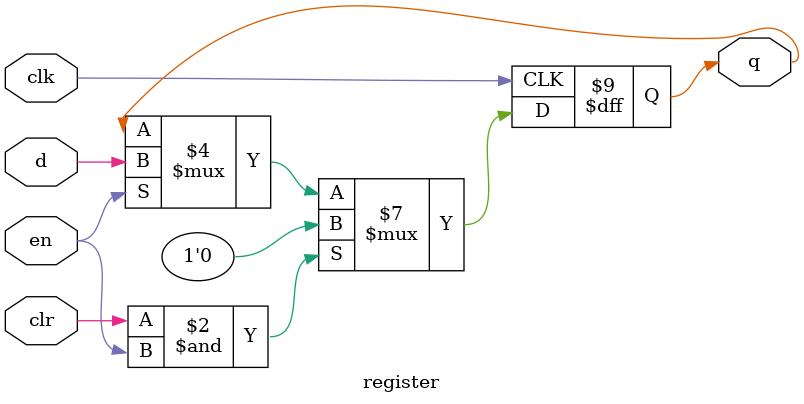
<source format=v>
module register #(parameter N = 1)(input clk, clr, en,
                                   input [N-1:0] d,
                                   output reg [N-1:0] q
    );

// solo si esta habilitado (en) puede cambiar el registro, con reset (clr) se resetea
  always @(posedge clk)
begin
  if(clr & en)
  q <= 0;
  
  else if (en)
  q <= d;
  
  else
  q <= q;
  
end 


endmodule
</source>
